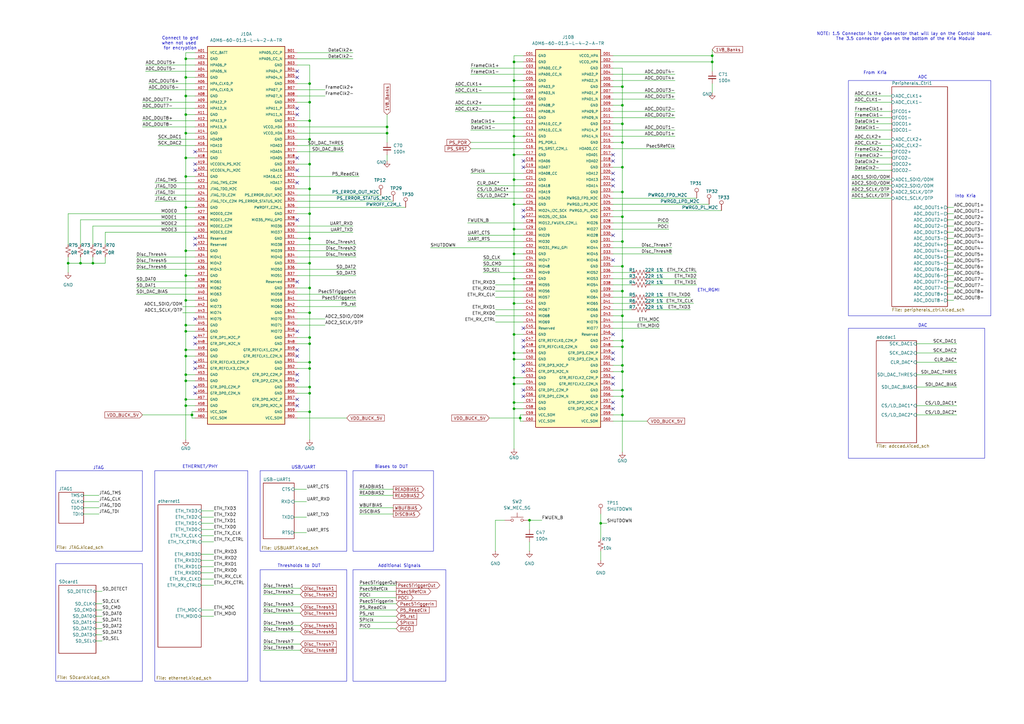
<source format=kicad_sch>
(kicad_sch (version 20231120) (generator "eeschema") (generator_version "8.0")
  (paper "A3")
  (junction (at 76.2 123.19))
  (junction (at 76.2 163.83))
  (junction (at 210.82 114.3))
  (junction (at 76.2 54.61))
  (junction (at 127 67.31))
  (junction (at 127 41.91))
  (junction (at 127 97.79))
  (junction (at 76.2 156.21))
  (junction (at 76.2 146.05))
  (junction (at 210.82 55.88))
  (junction (at 255.27 129.54))
  (junction (at 255.27 68.58))
  (junction (at 127 158.75))
  (junction (at 217.17 213.36))
  (junction (at 127 168.91))
  (junction (at 255.27 162.56))
  (junction (at 76.2 24.13))
  (junction (at 158.75 52.07))
  (junction (at 210.82 48.26))
  (junction (at 210.82 165.1))
  (junction (at 210.82 137.16))
  (junction (at 127 49.53))
  (junction (at 76.2 64.77))
  (junction (at 127 118.11))
  (junction (at 158.75 54.61))
  (junction (at 76.2 133.35))
  (junction (at 210.82 25.4))
  (junction (at 255.27 50.8))
  (junction (at 76.2 166.37))
  (junction (at 76.2 143.51))
  (junction (at 255.27 170.18))
  (junction (at 76.2 46.99))
  (junction (at 210.82 63.5))
  (junction (at 255.27 139.7))
  (junction (at 76.2 31.75))
  (junction (at 127 34.29))
  (junction (at 210.82 167.64))
  (junction (at 127 151.13))
  (junction (at 127 138.43))
  (junction (at 76.2 39.37))
  (junction (at 255.27 149.86))
  (junction (at 255.27 35.56))
  (junction (at 38.1 107.95))
  (junction (at 255.27 109.22))
  (junction (at 210.82 124.46))
  (junction (at 76.2 135.89))
  (junction (at 33.02 107.95))
  (junction (at 127 148.59))
  (junction (at 210.82 147.32))
  (junction (at 76.2 102.87))
  (junction (at 255.27 43.18))
  (junction (at 210.82 40.64))
  (junction (at 78.74 170.18))
  (junction (at 210.82 104.14))
  (junction (at 210.82 83.82))
  (junction (at 127 161.29))
  (junction (at 210.82 154.94))
  (junction (at 127 57.15))
  (junction (at 76.2 85.09))
  (junction (at 127 140.97))
  (junction (at 210.82 93.98))
  (junction (at 255.27 160.02))
  (junction (at 127 87.63))
  (junction (at 255.27 58.42))
  (junction (at 292.1 25.4))
  (junction (at 255.27 88.9))
  (junction (at 255.27 78.74))
  (junction (at 255.27 142.24))
  (junction (at 213.36 171.45))
  (junction (at 76.2 72.39))
  (junction (at 255.27 119.38))
  (junction (at 127 128.27))
  (junction (at 76.2 113.03))
  (junction (at 210.82 33.02))
  (junction (at 255.27 152.4))
  (junction (at 210.82 73.66))
  (junction (at 27.94 107.95))
  (junction (at 127 77.47))
  (junction (at 292.1 22.86))
  (junction (at 210.82 144.78))
  (junction (at 76.2 153.67))
  (junction (at 210.82 157.48))
  (junction (at 127 107.95))
  (junction (at 246.38 214.63))
  (junction (at 255.27 99.06))
  (no_connect (at 80.01 151.13))
  (no_connect (at 251.46 63.5))
  (no_connect (at 251.46 66.04))
  (no_connect (at 251.46 144.78))
  (no_connect (at 121.92 153.67))
  (no_connect (at 251.46 147.32))
  (no_connect (at 251.46 137.16))
  (no_connect (at 121.92 31.75))
  (no_connect (at 121.92 46.99))
  (no_connect (at 121.92 166.37))
  (no_connect (at 121.92 156.21))
  (no_connect (at 251.46 167.64))
  (no_connect (at 214.63 160.02))
  (no_connect (at 121.92 146.05))
  (no_connect (at 80.01 69.85))
  (no_connect (at 214.63 142.24))
  (no_connect (at 121.92 143.51))
  (no_connect (at 121.92 163.83))
  (no_connect (at 251.46 106.68))
  (no_connect (at 251.46 165.1))
  (no_connect (at 80.01 130.81))
  (no_connect (at 251.46 71.12))
  (no_connect (at 121.92 115.57))
  (no_connect (at 80.01 62.23))
  (no_connect (at 214.63 134.62))
  (no_connect (at 214.63 152.4))
  (no_connect (at 214.63 86.36))
  (no_connect (at 214.63 66.04))
  (no_connect (at 251.46 73.66))
  (no_connect (at 121.92 29.21))
  (no_connect (at 80.01 97.79))
  (no_connect (at 80.01 140.97))
  (no_connect (at 251.46 157.48))
  (no_connect (at 80.01 100.33))
  (no_connect (at 251.46 154.94))
  (no_connect (at 121.92 90.17))
  (no_connect (at 214.63 149.86))
  (no_connect (at 121.92 135.89))
  (no_connect (at 80.01 148.59))
  (no_connect (at 251.46 76.2))
  (no_connect (at 214.63 139.7))
  (no_connect (at 80.01 161.29))
  (no_connect (at 214.63 88.9))
  (no_connect (at 121.92 64.77))
  (no_connect (at 214.63 162.56))
  (no_connect (at 121.92 74.93))
  (no_connect (at 121.92 69.85))
  (no_connect (at 214.63 68.58))
  (no_connect (at 80.01 158.75))
  (no_connect (at 251.46 96.52))
  (no_connect (at 121.92 44.45))
  (no_connect (at 80.01 138.43))
  (no_connect (at 80.01 67.31))
  (wire (pts (xy 210.82 63.5) (xy 210.82 73.66)))
  (wire (pts (xy 217.17 222.25) (xy 217.17 226.06)))
  (wire (pts (xy 121.92 140.97) (xy 127 140.97)))
  (wire (pts (xy 121.92 67.31) (xy 127 67.31)))
  (wire (pts (xy 198.12 106.68) (xy 214.63 106.68)))
  (wire (pts (xy 388.62 90.17) (xy 391.16 90.17)))
  (wire (pts (xy 162.56 250.19) (xy 147.32 250.19)))
  (wire (pts (xy 251.46 83.82) (xy 290.83 83.82)))
  (wire (pts (xy 127 148.59) (xy 127 151.13)))
  (wire (pts (xy 76.2 143.51) (xy 80.01 143.51)))
  (wire (pts (xy 251.46 93.98) (xy 274.32 93.98)))
  (wire (pts (xy 43.18 107.95) (xy 38.1 107.95)))
  (wire (pts (xy 350.52 69.85) (xy 365.76 69.85)))
  (wire (pts (xy 255.27 58.42) (xy 255.27 68.58)))
  (wire (pts (xy 121.92 107.95) (xy 127 107.95)))
  (wire (pts (xy 210.82 114.3) (xy 210.82 124.46)))
  (wire (pts (xy 121.92 72.39) (xy 147.32 72.39)))
  (wire (pts (xy 213.36 171.45) (xy 213.36 172.72)))
  (wire (pts (xy 251.46 91.44) (xy 274.32 91.44)))
  (wire (pts (xy 82.55 232.41) (xy 87.63 232.41)))
  (wire (pts (xy 266.7 116.84) (xy 285.75 116.84)))
  (wire (pts (xy 60.96 34.29) (xy 80.01 34.29)))
  (wire (pts (xy 255.27 160.02) (xy 255.27 162.56)))
  (wire (pts (xy 251.46 53.34) (xy 276.86 53.34)))
  (wire (pts (xy 195.58 78.74) (xy 214.63 78.74)))
  (wire (pts (xy 251.46 33.02) (xy 276.86 33.02)))
  (wire (pts (xy 147.32 257.81) (xy 162.56 257.81)))
  (wire (pts (xy 34.29 210.82) (xy 40.64 210.82)))
  (wire (pts (xy 76.2 156.21) (xy 76.2 163.83)))
  (wire (pts (xy 251.46 134.62) (xy 270.51 134.62)))
  (wire (pts (xy 195.58 81.28) (xy 214.63 81.28)))
  (wire (pts (xy 121.92 118.11) (xy 127 118.11)))
  (wire (pts (xy 251.46 35.56) (xy 255.27 35.56)))
  (wire (pts (xy 107.95 256.54) (xy 123.19 256.54)))
  (wire (pts (xy 255.27 99.06) (xy 255.27 109.22)))
  (wire (pts (xy 147.32 240.03) (xy 162.56 240.03)))
  (wire (pts (xy 64.77 59.69) (xy 80.01 59.69)))
  (wire (pts (xy 147.32 247.65) (xy 162.56 247.65)))
  (wire (pts (xy 251.46 172.72) (xy 265.43 172.72)))
  (wire (pts (xy 375.92 166.37) (xy 392.43 166.37)))
  (wire (pts (xy 210.82 33.02) (xy 210.82 40.64)))
  (wire (pts (xy 251.46 55.88) (xy 276.86 55.88)))
  (wire (pts (xy 210.82 93.98) (xy 214.63 93.98)))
  (wire (pts (xy 82.55 229.87) (xy 87.63 229.87)))
  (wire (pts (xy 166.37 85.09) (xy 121.92 85.09)))
  (wire (pts (xy 147.32 203.2) (xy 161.29 203.2)))
  (wire (pts (xy 80.01 171.45) (xy 78.74 171.45)))
  (wire (pts (xy 193.04 50.8) (xy 214.63 50.8)))
  (wire (pts (xy 251.46 170.18) (xy 255.27 170.18)))
  (wire (pts (xy 210.82 22.86) (xy 210.82 25.4)))
  (wire (pts (xy 76.2 64.77) (xy 80.01 64.77)))
  (wire (pts (xy 76.2 123.19) (xy 80.01 123.19)))
  (wire (pts (xy 76.2 133.35) (xy 76.2 135.89)))
  (wire (pts (xy 388.62 105.41) (xy 391.16 105.41)))
  (wire (pts (xy 266.7 114.3) (xy 285.75 114.3)))
  (wire (pts (xy 251.46 25.4) (xy 292.1 25.4)))
  (wire (pts (xy 255.27 152.4) (xy 255.27 160.02)))
  (wire (pts (xy 127 118.11) (xy 127 128.27)))
  (wire (pts (xy 246.38 214.63) (xy 246.38 220.98)))
  (wire (pts (xy 121.92 151.13) (xy 127 151.13)))
  (wire (pts (xy 121.92 133.35) (xy 133.35 133.35)))
  (wire (pts (xy 375.92 148.59) (xy 392.43 148.59)))
  (wire (pts (xy 80.01 107.95) (xy 55.88 107.95)))
  (wire (pts (xy 76.2 146.05) (xy 80.01 146.05)))
  (wire (pts (xy 251.46 142.24) (xy 255.27 142.24)))
  (wire (pts (xy 76.2 156.21) (xy 80.01 156.21)))
  (wire (pts (xy 147.32 245.11) (xy 162.56 245.11)))
  (wire (pts (xy 349.25 78.74) (xy 365.76 78.74)))
  (wire (pts (xy 217.17 213.36) (xy 222.25 213.36)))
  (wire (pts (xy 193.04 27.94) (xy 214.63 27.94)))
  (wire (pts (xy 59.69 26.67) (xy 80.01 26.67)))
  (wire (pts (xy 107.95 251.46) (xy 123.19 251.46)))
  (wire (pts (xy 27.94 105.41) (xy 27.94 107.95)))
  (wire (pts (xy 74.93 128.27) (xy 80.01 128.27)))
  (wire (pts (xy 203.2 127) (xy 214.63 127)))
  (wire (pts (xy 33.02 107.95) (xy 27.94 107.95)))
  (wire (pts (xy 350.52 62.23) (xy 365.76 62.23)))
  (wire (pts (xy 121.92 80.01) (xy 156.21 80.01)))
  (wire (pts (xy 76.2 31.75) (xy 76.2 39.37)))
  (wire (pts (xy 82.55 252.73) (xy 87.63 252.73)))
  (wire (pts (xy 34.29 203.2) (xy 40.64 203.2)))
  (wire (pts (xy 255.27 78.74) (xy 255.27 88.9)))
  (wire (pts (xy 43.18 105.41) (xy 43.18 107.95)))
  (wire (pts (xy 82.55 209.55) (xy 87.63 209.55)))
  (wire (pts (xy 255.27 139.7) (xy 255.27 142.24)))
  (wire (pts (xy 127 67.31) (xy 127 77.47)))
  (wire (pts (xy 147.32 252.73) (xy 162.56 252.73)))
  (wire (pts (xy 251.46 111.76) (xy 259.08 111.76)))
  (wire (pts (xy 200.66 171.45) (xy 213.36 171.45)))
  (wire (pts (xy 82.55 212.09) (xy 87.63 212.09)))
  (wire (pts (xy 80.01 110.49) (xy 55.88 110.49)))
  (wire (pts (xy 78.74 171.45) (xy 78.74 170.18)))
  (wire (pts (xy 210.82 73.66) (xy 214.63 73.66)))
  (wire (pts (xy 210.82 147.32) (xy 210.82 154.94)))
  (wire (pts (xy 121.92 161.29) (xy 127 161.29)))
  (wire (pts (xy 127 77.47) (xy 127 87.63)))
  (wire (pts (xy 121.92 34.29) (xy 127 34.29)))
  (wire (pts (xy 121.92 100.33) (xy 146.05 100.33)))
  (wire (pts (xy 210.82 124.46) (xy 210.82 137.16)))
  (wire (pts (xy 349.25 81.28) (xy 365.76 81.28)))
  (wire (pts (xy 210.82 55.88) (xy 210.82 63.5)))
  (wire (pts (xy 388.62 102.87) (xy 391.16 102.87)))
  (wire (pts (xy 210.82 25.4) (xy 210.82 33.02)))
  (wire (pts (xy 251.46 127) (xy 259.08 127)))
  (wire (pts (xy 76.2 31.75) (xy 80.01 31.75)))
  (wire (pts (xy 251.46 68.58) (xy 255.27 68.58)))
  (wire (pts (xy 39.37 250.19) (xy 41.91 250.19)))
  (wire (pts (xy 198.12 111.76) (xy 214.63 111.76)))
  (wire (pts (xy 127 138.43) (xy 127 140.97)))
  (wire (pts (xy 210.82 167.64) (xy 214.63 167.64)))
  (wire (pts (xy 266.7 111.76) (xy 285.75 111.76)))
  (wire (pts (xy 60.96 36.83) (xy 80.01 36.83)))
  (wire (pts (xy 292.1 22.86) (xy 292.1 25.4)))
  (wire (pts (xy 210.82 154.94) (xy 210.82 157.48)))
  (wire (pts (xy 43.18 95.25) (xy 80.01 95.25)))
  (wire (pts (xy 246.38 226.06) (xy 246.38 229.87)))
  (wire (pts (xy 76.2 21.59) (xy 76.2 24.13)))
  (wire (pts (xy 251.46 43.18) (xy 255.27 43.18)))
  (wire (pts (xy 39.37 260.35) (xy 41.91 260.35)))
  (wire (pts (xy 38.1 105.41) (xy 38.1 107.95)))
  (wire (pts (xy 63.5 74.93) (xy 80.01 74.93)))
  (wire (pts (xy 350.52 50.8) (xy 365.76 50.8)))
  (wire (pts (xy 255.27 109.22) (xy 255.27 119.38)))
  (wire (pts (xy 213.36 172.72) (xy 214.63 172.72)))
  (wire (pts (xy 120.65 218.44) (xy 125.73 218.44)))
  (wire (pts (xy 55.88 115.57) (xy 80.01 115.57)))
  (wire (pts (xy 127 128.27) (xy 127 138.43)))
  (wire (pts (xy 76.2 24.13) (xy 80.01 24.13)))
  (wire (pts (xy 251.46 81.28) (xy 285.75 81.28)))
  (wire (pts (xy 210.82 40.64) (xy 210.82 48.26)))
  (wire (pts (xy 127 34.29) (xy 127 41.91)))
  (wire (pts (xy 207.01 213.36) (xy 203.2 213.36)))
  (wire (pts (xy 27.94 107.95) (xy 27.94 111.76)))
  (wire (pts (xy 59.69 29.21) (xy 80.01 29.21)))
  (wire (pts (xy 76.2 143.51) (xy 76.2 146.05)))
  (wire (pts (xy 203.2 116.84) (xy 214.63 116.84)))
  (wire (pts (xy 388.62 118.11) (xy 391.16 118.11)))
  (wire (pts (xy 107.95 259.08) (xy 123.19 259.08)))
  (wire (pts (xy 251.46 139.7) (xy 255.27 139.7)))
  (wire (pts (xy 121.92 54.61) (xy 158.75 54.61)))
  (wire (pts (xy 158.75 54.61) (xy 158.75 58.42)))
  (wire (pts (xy 76.2 24.13) (xy 76.2 31.75)))
  (wire (pts (xy 76.2 72.39) (xy 76.2 85.09)))
  (wire (pts (xy 121.92 62.23) (xy 140.97 62.23)))
  (wire (pts (xy 121.92 148.59) (xy 127 148.59)))
  (wire (pts (xy 147.32 242.57) (xy 162.56 242.57)))
  (wire (pts (xy 210.82 40.64) (xy 214.63 40.64)))
  (wire (pts (xy 39.37 257.81) (xy 41.91 257.81)))
  (wire (pts (xy 388.62 97.79) (xy 391.16 97.79)))
  (wire (pts (xy 82.55 237.49) (xy 87.63 237.49)))
  (wire (pts (xy 388.62 100.33) (xy 391.16 100.33)))
  (wire (pts (xy 39.37 242.57) (xy 41.91 242.57)))
  (wire (pts (xy 191.77 91.44) (xy 214.63 91.44)))
  (wire (pts (xy 210.82 48.26) (xy 210.82 55.88)))
  (wire (pts (xy 251.46 121.92) (xy 259.08 121.92)))
  (wire (pts (xy 121.92 21.59) (xy 144.78 21.59)))
  (wire (pts (xy 193.04 53.34) (xy 214.63 53.34)))
  (wire (pts (xy 210.82 165.1) (xy 214.63 165.1)))
  (wire (pts (xy 121.92 41.91) (xy 127 41.91)))
  (wire (pts (xy 76.2 135.89) (xy 80.01 135.89)))
  (wire (pts (xy 210.82 137.16) (xy 210.82 144.78)))
  (wire (pts (xy 121.92 24.13) (xy 144.78 24.13)))
  (wire (pts (xy 121.92 158.75) (xy 127 158.75)))
  (wire (pts (xy 82.55 219.71) (xy 87.63 219.71)))
  (wire (pts (xy 255.27 162.56) (xy 255.27 170.18)))
  (wire (pts (xy 292.1 20.32) (xy 292.1 22.86)))
  (wire (pts (xy 350.52 39.37) (xy 365.76 39.37)))
  (wire (pts (xy 147.32 200.66) (xy 161.29 200.66)))
  (wire (pts (xy 121.92 92.71) (xy 144.78 92.71)))
  (wire (pts (xy 251.46 114.3) (xy 259.08 114.3)))
  (wire (pts (xy 82.55 227.33) (xy 87.63 227.33)))
  (wire (pts (xy 255.27 149.86) (xy 255.27 152.4)))
  (wire (pts (xy 292.1 34.29) (xy 292.1 38.1)))
  (wire (pts (xy 186.69 35.56) (xy 214.63 35.56)))
  (wire (pts (xy 55.88 120.65) (xy 80.01 120.65)))
  (wire (pts (xy 121.92 171.45) (xy 142.24 171.45)))
  (wire (pts (xy 121.92 95.25) (xy 144.78 95.25)))
  (wire (pts (xy 121.92 125.73) (xy 146.05 125.73)))
  (wire (pts (xy 121.92 120.65) (xy 146.05 120.65)))
  (wire (pts (xy 76.2 102.87) (xy 76.2 113.03)))
  (wire (pts (xy 193.04 71.12) (xy 214.63 71.12)))
  (wire (pts (xy 255.27 88.9) (xy 255.27 99.06)))
  (wire (pts (xy 39.37 262.89) (xy 41.91 262.89)))
  (wire (pts (xy 158.75 46.99) (xy 158.75 52.07)))
  (wire (pts (xy 76.2 113.03) (xy 80.01 113.03)))
  (wire (pts (xy 127 168.91) (xy 127 180.34)))
  (wire (pts (xy 251.46 101.6) (xy 275.59 101.6)))
  (wire (pts (xy 266.7 127) (xy 283.21 127)))
  (wire (pts (xy 388.62 92.71) (xy 391.16 92.71)))
  (wire (pts (xy 82.55 234.95) (xy 87.63 234.95)))
  (wire (pts (xy 388.62 107.95) (xy 391.16 107.95)))
  (wire (pts (xy 127 26.67) (xy 127 34.29)))
  (wire (pts (xy 210.82 157.48) (xy 214.63 157.48)))
  (wire (pts (xy 375.92 158.75) (xy 392.43 158.75)))
  (wire (pts (xy 210.82 63.5) (xy 214.63 63.5)))
  (wire (pts (xy 186.69 43.18) (xy 214.63 43.18)))
  (wire (pts (xy 121.92 128.27) (xy 127 128.27)))
  (wire (pts (xy 76.2 163.83) (xy 80.01 163.83)))
  (wire (pts (xy 203.2 213.36) (xy 203.2 226.06)))
  (wire (pts (xy 210.82 93.98) (xy 210.82 104.14)))
  (wire (pts (xy 266.7 124.46) (xy 284.48 124.46)))
  (wire (pts (xy 121.92 97.79) (xy 127 97.79)))
  (wire (pts (xy 78.74 168.91) (xy 80.01 168.91)))
  (wire (pts (xy 388.62 87.63) (xy 391.16 87.63)))
  (wire (pts (xy 58.42 170.18) (xy 78.74 170.18)))
  (wire (pts (xy 251.46 48.26) (xy 276.86 48.26)))
  (wire (pts (xy 251.46 50.8) (xy 255.27 50.8)))
  (wire (pts (xy 388.62 123.19) (xy 391.16 123.19)))
  (wire (pts (xy 38.1 92.71) (xy 38.1 100.33)))
  (wire (pts (xy 39.37 252.73) (xy 41.91 252.73)))
  (wire (pts (xy 121.92 82.55) (xy 161.29 82.55)))
  (wire (pts (xy 251.46 58.42) (xy 255.27 58.42)))
  (wire (pts (xy 127 87.63) (xy 127 97.79)))
  (wire (pts (xy 251.46 152.4) (xy 255.27 152.4)))
  (wire (pts (xy 121.92 110.49) (xy 146.05 110.49)))
  (wire (pts (xy 251.46 149.86) (xy 255.27 149.86)))
  (wire (pts (xy 388.62 95.25) (xy 391.16 95.25)))
  (wire (pts (xy 63.5 82.55) (xy 80.01 82.55)))
  (wire (pts (xy 121.92 130.81) (xy 133.35 130.81)))
  (wire (pts (xy 107.95 248.92) (xy 123.19 248.92)))
  (wire (pts (xy 147.32 210.82) (xy 161.29 210.82)))
  (wire (pts (xy 210.82 144.78) (xy 210.82 147.32)))
  (wire (pts (xy 39.37 255.27) (xy 41.91 255.27)))
  (wire (pts (xy 58.42 41.91) (xy 80.01 41.91)))
  (wire (pts (xy 292.1 25.4) (xy 292.1 29.21)))
  (wire (pts (xy 76.2 113.03) (xy 76.2 123.19)))
  (wire (pts (xy 82.55 217.17) (xy 87.63 217.17)))
  (wire (pts (xy 82.55 214.63) (xy 87.63 214.63)))
  (wire (pts (xy 76.2 54.61) (xy 76.2 64.77)))
  (wire (pts (xy 246.38 210.82) (xy 246.38 214.63)))
  (wire (pts (xy 76.2 46.99) (xy 80.01 46.99)))
  (wire (pts (xy 210.82 165.1) (xy 210.82 167.64)))
  (wire (pts (xy 121.92 57.15) (xy 127 57.15)))
  (wire (pts (xy 76.2 102.87) (xy 80.01 102.87)))
  (wire (pts (xy 76.2 64.77) (xy 76.2 72.39)))
  (wire (pts (xy 76.2 123.19) (xy 76.2 133.35)))
  (wire (pts (xy 121.92 26.67) (xy 127 26.67)))
  (wire (pts (xy 210.82 124.46) (xy 214.63 124.46)))
  (wire (pts (xy 255.27 50.8) (xy 255.27 58.42)))
  (wire (pts (xy 27.94 87.63) (xy 27.94 100.33)))
  (wire (pts (xy 76.2 46.99) (xy 76.2 54.61)))
  (wire (pts (xy 127 151.13) (xy 127 158.75)))
  (wire (pts (xy 82.55 250.19) (xy 87.63 250.19)))
  (wire (pts (xy 350.52 53.34) (xy 365.76 53.34)))
  (wire (pts (xy 210.82 73.66) (xy 210.82 83.82)))
  (wire (pts (xy 251.46 162.56) (xy 255.27 162.56)))
  (wire (pts (xy 255.27 142.24) (xy 255.27 149.86)))
  (wire (pts (xy 255.27 129.54) (xy 255.27 139.7)))
  (wire (pts (xy 127 140.97) (xy 127 148.59)))
  (wire (pts (xy 210.82 137.16) (xy 214.63 137.16)))
  (wire (pts (xy 38.1 92.71) (xy 80.01 92.71)))
  (wire (pts (xy 76.2 166.37) (xy 80.01 166.37)))
  (wire (pts (xy 33.02 90.17) (xy 80.01 90.17)))
  (wire (pts (xy 121.92 59.69) (xy 140.97 59.69)))
  (wire (pts (xy 251.46 104.14) (xy 275.59 104.14)))
  (wire (pts (xy 58.42 52.07) (xy 80.01 52.07)))
  (wire (pts (xy 55.88 118.11) (xy 80.01 118.11)))
  (wire (pts (xy 76.2 135.89) (xy 76.2 143.51)))
  (wire (pts (xy 251.46 99.06) (xy 255.27 99.06)))
  (wire (pts (xy 33.02 105.41) (xy 33.02 107.95)))
  (wire (pts (xy 217.17 213.36) (xy 217.17 217.17)))
  (wire (pts (xy 251.46 119.38) (xy 255.27 119.38)))
  (wire (pts (xy 251.46 88.9) (xy 255.27 88.9)))
  (wire (pts (xy 76.2 85.09) (xy 80.01 85.09)))
  (wire (pts (xy 33.02 90.17) (xy 33.02 100.33)))
  (wire (pts (xy 193.04 30.48) (xy 214.63 30.48)))
  (wire (pts (xy 251.46 78.74) (xy 255.27 78.74)))
  (wire (pts (xy 248.92 214.63) (xy 246.38 214.63)))
  (wire (pts (xy 58.42 49.53) (xy 80.01 49.53)))
  (wire (pts (xy 76.2 153.67) (xy 76.2 156.21)))
  (wire (pts (xy 121.92 49.53) (xy 127 49.53)))
  (wire (pts (xy 191.77 96.52) (xy 214.63 96.52)))
  (wire (pts (xy 210.82 33.02) (xy 214.63 33.02)))
  (wire (pts (xy 127 57.15) (xy 127 67.31)))
  (wire (pts (xy 82.55 222.25) (xy 87.63 222.25)))
  (wire (pts (xy 210.82 55.88) (xy 214.63 55.88)))
  (wire (pts (xy 210.82 83.82) (xy 210.82 93.98)))
  (wire (pts (xy 78.74 170.18) (xy 78.74 168.91)))
  (wire (pts (xy 121.92 138.43) (xy 127 138.43)))
  (wire (pts (xy 251.46 129.54) (xy 255.27 129.54)))
  (wire (pts (xy 186.69 45.72) (xy 214.63 45.72)))
  (wire (pts (xy 76.2 54.61) (xy 80.01 54.61)))
  (wire (pts (xy 80.01 21.59) (xy 76.2 21.59)))
  (wire (pts (xy 349.25 73.66) (xy 365.76 73.66)))
  (wire (pts (xy 375.92 153.67) (xy 392.43 153.67)))
  (wire (pts (xy 266.7 121.92) (xy 283.21 121.92)))
  (wire (pts (xy 350.52 67.31) (xy 365.76 67.31)))
  (wire (pts (xy 158.75 63.5) (xy 158.75 66.04)))
  (wire (pts (xy 255.27 170.18) (xy 255.27 185.42)))
  (wire (pts (xy 191.77 99.06) (xy 214.63 99.06)))
  (wire (pts (xy 64.77 57.15) (xy 80.01 57.15)))
  (wire (pts (xy 255.27 68.58) (xy 255.27 78.74)))
  (wire (pts (xy 251.46 27.94) (xy 255.27 27.94)))
  (wire (pts (xy 38.1 107.95) (xy 33.02 107.95)))
  (wire (pts (xy 210.82 83.82) (xy 214.63 83.82)))
  (wire (pts (xy 210.82 22.86) (xy 214.63 22.86)))
  (wire (pts (xy 121.92 87.63) (xy 127 87.63)))
  (wire (pts (xy 210.82 25.4) (xy 214.63 25.4)))
  (wire (pts (xy 388.62 120.65) (xy 391.16 120.65)))
  (wire (pts (xy 210.82 157.48) (xy 210.82 165.1)))
  (wire (pts (xy 39.37 247.65) (xy 41.91 247.65)))
  (wire (pts (xy 251.46 60.96) (xy 276.86 60.96)))
  (wire (pts (xy 127 97.79) (xy 127 107.95)))
  (wire (pts (xy 255.27 27.94) (xy 255.27 35.56)))
  (wire (pts (xy 76.2 85.09) (xy 76.2 102.87)))
  (wire (pts (xy 76.2 133.35) (xy 80.01 133.35)))
  (wire (pts (xy 121.92 168.91) (xy 127 168.91)))
  (wire (pts (xy 295.91 86.36) (xy 251.46 86.36)))
  (wire (pts (xy 121.92 105.41) (xy 146.05 105.41)))
  (wire (pts (xy 251.46 45.72) (xy 276.86 45.72)))
  (wire (pts (xy 210.82 167.64) (xy 210.82 184.15)))
  (wire (pts (xy 158.75 52.07) (xy 158.75 54.61)))
  (wire (pts (xy 120.65 205.74) (xy 125.73 205.74)))
  (wire (pts (xy 76.2 39.37) (xy 80.01 39.37)))
  (wire (pts (xy 388.62 113.03) (xy 391.16 113.03)))
  (wire (pts (xy 210.82 48.26) (xy 214.63 48.26)))
  (wire (pts (xy 203.2 119.38) (xy 214.63 119.38)))
  (wire (pts (xy 127 161.29) (xy 127 168.91)))
  (wire (pts (xy 76.2 72.39) (xy 80.01 72.39)))
  (wire (pts (xy 255.27 43.18) (xy 255.27 50.8)))
  (wire (pts (xy 251.46 124.46) (xy 259.08 124.46)))
  (wire (pts (xy 350.52 57.15) (xy 365.76 57.15)))
  (wire (pts (xy 193.04 58.42) (xy 214.63 58.42)))
  (wire (pts (xy 58.42 44.45) (xy 80.01 44.45)))
  (wire (pts (xy 375.92 170.18) (xy 392.43 170.18)))
  (wire (pts (xy 82.55 240.03) (xy 87.63 240.03)))
  (wire (pts (xy 121.92 77.47) (xy 127 77.47)))
  (wire (pts (xy 251.46 132.08) (xy 270.51 132.08)))
  (wire (pts (xy 251.46 160.02) (xy 255.27 160.02)))
  (wire (pts (xy 203.2 129.54) (xy 214.63 129.54)))
  (wire (pts (xy 350.52 48.26) (xy 365.76 48.26)))
  (wire (pts (xy 121.92 36.83) (xy 133.35 36.83)))
  (wire (pts (xy 121.92 113.03) (xy 146.05 113.03)))
  (wire (pts (xy 350.52 41.91) (xy 365.76 41.91)))
  (wire (pts (xy 121.92 123.19) (xy 146.05 123.19)))
  (wire (pts (xy 107.95 266.7) (xy 123.19 266.7)))
  (wire (pts (xy 350.52 45.72) (xy 365.76 45.72)))
  (wire (pts (xy 76.2 146.05) (xy 76.2 153.67)))
  (wire (pts (xy 147.32 255.27) (xy 162.56 255.27)))
  (wire (pts (xy 76.2 166.37) (xy 76.2 180.34)))
  (wire (pts (xy 193.04 60.96) (xy 214.63 60.96)))
  (wire (pts (xy 251.46 38.1) (xy 276.86 38.1)))
  (wire (pts (xy 43.18 95.25) (xy 43.18 100.33)))
  (wire (pts (xy 388.62 115.57) (xy 391.16 115.57)))
  (wire (pts (xy 127 41.91) (xy 127 49.53)))
  (wire (pts (xy 210.82 114.3) (xy 214.63 114.3)))
  (wire (pts (xy 251.46 40.64) (xy 276.86 40.64)))
  (wire (pts (xy 34.29 205.74) (xy 40.64 205.74)))
  (wire (pts (xy 120.65 200.66) (xy 125.73 200.66)))
  (wire (pts (xy 388.62 85.09) (xy 391.16 85.09)))
  (wire (pts (xy 210.82 104.14) (xy 210.82 114.3)))
  (wire (pts (xy 388.62 110.49) (xy 391.16 110.49)))
  (wire (pts (xy 127 107.95) (xy 127 118.11)))
  (wire (pts (xy 251.46 116.84) (xy 259.08 116.84)))
  (wire (pts (xy 63.5 77.47) (xy 80.01 77.47)))
  (wire (pts (xy 213.36 170.18) (xy 213.36 171.45)))
  (wire (pts (xy 127 49.53) (xy 127 57.15)))
  (wire (pts (xy 107.95 264.16) (xy 123.19 264.16)))
  (wire (pts (xy 76.2 39.37) (xy 76.2 46.99)))
  (wire (pts (xy 251.46 109.22) (xy 255.27 109.22)))
  (wire (pts (xy 120.65 212.09) (xy 125.73 212.09)))
  (wire (pts (xy 121.92 102.87) (xy 146.05 102.87)))
  (wire (pts (xy 210.82 147.32) (xy 214.63 147.32)))
  (wire (pts (xy 255.27 119.38) (xy 255.27 129.54)))
  (wire (pts (xy 203.2 121.92) (xy 214.63 121.92)))
  (wire (pts (xy 76.2 163.83) (xy 76.2 166.37)))
  (wire (pts (xy 210.82 144.78) (xy 214.63 144.78)))
  (wire (pts (xy 107.95 243.84) (xy 123.19 243.84)))
  (wire (pts (xy 27.94 87.63) (xy 80.01 87.63)))
  (wire (pts (xy 375.92 144.78) (xy 392.43 144.78)))
  (wire (pts (xy 127 158.75) (xy 127 161.29)))
  (wire (pts (xy 34.29 208.28) (xy 40.64 208.28)))
  (wire (pts (xy 198.12 109.22) (xy 214.63 109.22)))
  (wire (pts (xy 63.5 80.01) (xy 80.01 80.01)))
  (wire (pts (xy 350.52 64.77) (xy 365.76 64.77)))
  (wire (pts (xy 176.53 101.6) (xy 214.63 101.6)))
  (wire (pts (xy 203.2 132.08) (xy 214.63 132.08)))
  (wire (pts (xy 80.01 105.41) (xy 55.88 105.41)))
  (wire (pts (xy 255.27 35.56) (xy 255.27 43.18)))
  (wire (pts (xy 349.25 76.2) (xy 365.76 76.2)))
  (wire (pts (xy 107.95 241.3) (xy 123.19 241.3)))
  (wire (pts (xy 195.58 76.2) (xy 214.63 76.2)))
  (wire (pts (xy 251.46 30.48) (xy 276.86 30.48)))
  (wire (pts (xy 350.52 59.69) (xy 365.76 59.69)))
  (wire (pts (xy 210.82 154.94) (xy 214.63 154.94)))
  (wire (pts (xy 74.93 125.73) (xy 80.01 125.73)))
  (wire (pts (xy 251.46 22.86) (xy 292.1 22.86)))
  (wire (pts (xy 121.92 39.37) (xy 133.35 39.37)))
  (wire (pts (xy 186.69 38.1) (xy 214.63 38.1)))
  (wire (pts (xy 76.2 153.67) (xy 80.01 153.67)))
  (wire (pts (xy 210.82 104.14) (xy 214.63 104.14)))
  (wire (pts (xy 121.92 52.07) (xy 158.75 52.07)))
  (wire (pts (xy 147.32 208.28) (xy 161.29 208.28)))
  (wire (pts (xy 375.92 140.97) (xy 392.43 140.97)))
  (wire (pts (xy 214.63 170.18) (xy 213.36 170.18)))
  (rectangle (start 22.86 231.14) (end 58.42 279.4))
  (rectangle (start 106.68 193.04) (end 142.24 226.06))
  (rectangle (start 63.5 193.04) (end 101.6 279.4))
  (rectangle (start 144.78 233.68) (end 182.88 279.4))
  (rectangle (start 347.98 134.62) (end 403.86 187.96))
  (rectangle (start 22.86 193.04) (end 58.42 226.06))
  (rectangle (start 144.78 193.04) (end 177.8 226.06))
  (rectangle (start 106.68 233.68) (end 142.24 279.4))
  (rectangle (start 347.98 33.02) (end 406.4 129.54))
  (text "Biases to DUT" (at 160.528 191.516 0) (effects (font (size 1.27 1.27))))
  (text "USB/UART" (at 124.46 191.77 0) (effects (font (size 1.27 1.27))))
  (text "ETH_RGMI\n" (at 290.576 119.126 0) (effects (font (size 1.27 1.27))))
  (text "Into Kria" (at 395.986 80.518 0) (effects (font (size 1.27 1.27))))
  (text "NOTE: 1.5 Connector is the Connector that will lay on the Control board. \nThe 3.5 connector goes on the bottom of the Kria Module" (at 371.348 14.986 0) (effects (font (size 1.27 1.27))))
  (text "ADC" (at 378.46 31.75 0) (effects (font (size 1.27 1.27))))
  (text "Connect to gnd\nwhen not used \nfor encryption" (at 73.914 17.78 0) (effects (font (size 1.27 1.27))))
  (text "From Kria" (at 358.902 29.972 0) (effects (font (size 1.27 1.27))))
  (text "Additional Signals" (at 163.83 232.156 0) (effects (font (size 1.27 1.27))))
  (text "ETHERNET/PHY" (at 82.042 191.516 0) (effects (font (size 1.27 1.27))))
  (text "DAC" (at 378.46 133.604 0) (effects (font (size 1.27 1.27))))
  (text "Thresholds to DUT" (at 122.682 232.156 0) (effects (font (size 1.27 1.27))))
  (text "JTAG" (at 40.386 192.024 0) (effects (font (size 1.27 1.27))))
  (label "SD_SEL" (at 198.12 111.76 0))
  (label "Psec5TriggerOut" (at 147.32 240.03 0))
  (label "Disc_Thresh8" (at 275.59 104.14 180))
  (label "ETH_RXD2" (at 203.2 119.38 180))
  (label "ETH_RXD3" (at 87.63 227.33 0))
  (label "SDI_DAC_BIAS" (at 392.43 158.75 180))
  (label "ADC_DOUT4+" (at 276.86 33.02 180))
  (label "FrameClk1+" (at 350.52 45.72 0))
  (label "ETH_RX_CTRL" (at 87.63 240.03 0))
  (label "FrameClk2+" (at 133.35 36.83 0))
  (label "ADC_CLK1-" (at 186.69 38.1 0))
  (label "ADC2_SDIO{slash}ODM" (at 349.25 76.2 0))
  (label "DISCBIAS" (at 147.32 210.82 0))
  (label "ADC_DOUT1+" (at 391.16 85.09 0))
  (label "ETH_TXD1" (at 285.75 116.84 180))
  (label "DataClk1+" (at 350.52 50.8 0))
  (label "DataClk2+" (at 350.52 67.31 0))
  (label "CS{slash}LD_DAC1*" (at 195.58 78.74 0))
  (label "JTAG_CLK" (at 63.5 82.55 0))
  (label "SD_CMD" (at 41.91 250.19 0))
  (label "ADC1_SDIO{slash}ODM" (at 74.93 125.73 180))
  (label "ETH_RX_CLK" (at 87.63 237.49 0))
  (label "JTAG_TDI" (at 63.5 80.01 0))
  (label "P5_ReadClk" (at 147.32 72.39 180))
  (label "JTAG_TDO" (at 63.5 77.47 0))
  (label "ETH_TXD1" (at 87.63 214.63 0))
  (label "Disc_Thresh7" (at 275.59 101.6 180))
  (label "Disc_Thresh7" (at 107.95 264.16 0))
  (label "UART_RXD" (at 125.73 205.74 0))
  (label "ADC1_SCLK{slash}DTP" (at 349.25 81.28 0))
  (label "ETH_MDIO" (at 270.51 134.62 180))
  (label "FWUEN_B" (at 222.25 213.36 0))
  (label "Disc_Thresh3" (at 107.95 248.92 0))
  (label "SCK_DAC2" (at 392.43 144.78 180))
  (label "READBIAS2" (at 147.32 203.2 0))
  (label "ADC_DOUT4+" (at 391.16 100.33 0))
  (label "Disc_Thresh6" (at 107.95 259.08 0))
  (label "ADC_DOUT2+" (at 391.16 90.17 0))
  (label "SD_DAT1" (at 41.91 255.27 0))
  (label "ADC2_SCLK{slash}DTP" (at 349.25 78.74 0))
  (label "Disc_Thresh1" (at 107.95 241.3 0))
  (label "ADC1_SCLK{slash}DTP" (at 74.93 128.27 180))
  (label "ETH_RXD0" (at 87.63 234.95 0))
  (label "SPIclk" (at 147.32 255.27 0))
  (label "CLR_DAC*" (at 392.43 148.59 180))
  (label "ADC_DOUT5+" (at 391.16 105.41 0))
  (label "FrameClk2-" (at 133.35 39.37 0))
  (label "Psec5TriggerIn" (at 147.32 247.65 0))
  (label "SPIclk" (at 193.04 71.12 0))
  (label "ADC2_SCLK{slash}DTP" (at 133.35 133.35 0))
  (label "CS{slash}LD_DAC2*" (at 195.58 81.28 0))
  (label "Disc_Thresh2" (at 107.95 243.84 0))
  (label "ADC_DOUT2-" (at 276.86 45.72 180))
  (label "SD_DAT3" (at 41.91 260.35 0))
  (label "ADC_DOUT7+" (at 391.16 115.57 0))
  (label "Psec5RefClk" (at 147.32 242.57 0))
  (label "ADC_DOUT4-" (at 276.86 30.48 180))
  (label "ETH_RXD1" (at 203.2 127 180))
  (label "ADC_CLK2+" (at 350.52 57.15 0))
  (label "DataClk2+" (at 144.78 21.59 180))
  (label "SDI_DAC_THRES" (at 140.97 59.69 180))
  (label "Disc_Thresh8" (at 107.95 266.7 0))
  (label "SDI_DAC_THRES" (at 392.43 153.67 180))
  (label "ETH_RXD1" (at 87.63 232.41 0))
  (label "CLR_DAC*" (at 195.58 76.2 0))
  (label "ETH_MDC" (at 270.51 132.08 180))
  (label "ADC_CLK1+" (at 186.69 35.56 0))
  (label "ETH_MDC" (at 87.63 250.19 0))
  (label "SD_CLK" (at 198.12 106.68 0))
  (label "ETH_RX_CLK" (at 203.2 121.92 180))
  (label "WBUFBIAS" (at 147.32 208.28 0))
  (label "DataClk2-" (at 350.52 69.85 0))
  (label "ETH_TXD0" (at 87.63 217.17 0))
  (label "ETH_TX_CTRL" (at 87.63 222.25 0))
  (label "ETH_TXD2" (at 285.75 114.3 180))
  (label "Disc_Thresh2" (at 146.05 102.87 180))
  (label "SD_DAT3" (at 146.05 113.03 180))
  (label "ETH_TXD3" (at 87.63 209.55 0))
  (label "ADC_DOUT2+" (at 276.86 48.26 180))
  (label "SDI_DAC_BIAS" (at 55.88 120.65 0))
  (label "SD_DETECT" (at 41.91 242.57 0))
  (label "UART_CTS" (at 191.77 96.52 0))
  (label "ETH_RXD3" (at 203.2 116.84 180))
  (label "UART_RTS" (at 191.77 99.06 0))
  (label "Psec5TriggerIn" (at 146.05 123.19 180))
  (label "UART_TXD" (at 125.73 212.09 0))
  (label "FrameClk1+" (at 193.04 27.94 0))
  (label "P5_rst" (at 147.32 252.73 0))
  (label "SDI_DAC_BIAS" (at 140.97 62.23 180))
  (label "SD_DAT0" (at 55.88 115.57 0))
  (label "ADC_DOUT7-" (at 58.42 44.45 0))
  (label "ADC_CLK2-" (at 350.52 59.69 0))
  (label "SCK_DAC1" (at 392.43 140.97 180))
  (label "ADC_DOUT8-" (at 391.16 123.19 0))
  (label "ADC_DOUT3-" (at 391.16 97.79 0))
  (label "ADC2_SDIO{slash}ODM" (at 133.35 130.81 0))
  (label "ADC_DOUT8+" (at 58.42 49.53 0))
  (label "ADC_DOUT6-" (at 60.96 36.83 0))
  (label "SD_DAT2" (at 146.05 110.49 180))
  (label "FWUEN_B" (at 191.77 91.44 0))
  (label "SD_CMD" (at 198.12 109.22 0))
  (label "JTAG_TMS" (at 40.64 203.2 0))
  (label "ADC_DOUT3+" (at 391.16 95.25 0))
  (label "ETH_TX_CLK" (at 284.48 124.46 180))
  (label "SD_DAT1" (at 55.88 118.11 0))
  (label "DataClk2-" (at 144.78 24.13 180))
  (label "ETH_MDIO" (at 87.63 252.73 0))
  (label "ADC_CLK2+" (at 186.69 43.18 0))
  (label "Psec5RefClk" (at 276.86 60.96 180))
  (label "Disc_Thresh5" (at 55.88 107.95 0))
  (label "SD_DAT2" (at 41.91 257.81 0))
  (label "SHUTDOWN" (at 248.92 214.63 0))
  (label "ADC_DOUT1-" (at 391.16 87.63 0))
  (label "SCK_DAC1" (at 64.77 57.15 0))
  (label "DataClk1-" (at 193.04 53.34 0))
  (label "ADC_DOUT8+" (at 391.16 120.65 0))
  (label "P5_rst" (at 146.05 125.73 180))
  (label "READBIAS1" (at 147.32 200.66 0))
  (label "PICO" (at 274.32 91.44 180))
  (label "JTAG_TDI" (at 40.64 210.82 0))
  (label "MODE1" (at 66.04 90.17 0))
  (label "FrameClk1-" (at 350.52 48.26 0))
  (label "Disc_Thresh6" (at 55.88 110.49 0))
  (label "UART_RXD" (at 144.78 92.71 180))
  (label "ETH_TX_CLK" (at 87.63 219.71 0))
  (label "POCI" (at 274.32 93.98 180))
  (label "ETH_TX_CTRL" (at 285.75 111.76 180))
  (label "P5_ReadClk" (at 147.32 250.19 0))
  (label "MODE3" (at 66.04 95.25 0))
  (label "Disc_Thresh4" (at 55.88 105.41 0))
  (label "ADC_DOUT3+" (at 276.86 40.64 180))
  (label "ETH_TXD2" (at 87.63 212.09 0))
  (label "Disc_Thresh1" (at 146.05 100.33 180))
  (label "UART_RTS" (at 125.73 218.44 0))
  (label "SCK_DAC2" (at 64.77 59.69 0))
  (label "ADC_DOUT7+" (at 58.42 41.91 0))
  (label "Psec5TriggerOut" (at 146.05 120.65 180))
  (label "ETH_TXD3" (at 283.21 127 180))
  (label "ETH_RXD2" (at 87.63 229.87 0))
  (label "ADC_DOUT2-" (at 391.16 92.71 0))
  (label "ADC_DOUT1-" (at 276.86 53.34 180))
  (label "FrameClk1-" (at 193.04 30.48 0))
  (label "ADC_CLK1+" (at 350.52 39.37 0))
  (label "SD_SEL" (at 41.91 262.89 0))
  (label "DataClk1+" (at 193.04 50.8 0))
  (label "ADC_DOUT8-" (at 58.42 52.07 0))
  (label "PICO" (at 147.32 257.81 0))
  (label "ADC_DOUT5+" (at 59.69 26.67 0))
  (label "ADC1_SDIO{slash}ODM" (at 349.25 73.66 0))
  (label "Disc_Thresh3" (at 146.05 105.41 180))
  (label "CS{slash}LD_DAC2*" (at 392.43 170.18 180))
  (label "CS{slash}LD_DAC1*" (at 392.43 166.37 180))
  (label "ADC_DOUT1+" (at 276.86 55.88 180))
  (label "ETH_RXD0" (at 203.2 129.54 180))
  (label "SD_CLK" (at 41.91 247.65 0))
  (label "UART_CTS" (at 125.73 200.66 0))
  (label "Disc_Thresh4" (at 107.95 251.46 0))
  (label "ADC_DOUT6-" (at 391.16 113.03 0))
  (label "ADC_DOUT5-" (at 59.69 29.21 0))
  (label "ADC_DOUT6+" (at 391.16 110.49 0))
  (label "MODE2" (at 66.04 92.71 0))
  (label "ETH_TXD0" (at 283.21 121.92 180))
  (label "JTAG_TMS" (at 63.5 74.93 0))
  (label "Disc_Thresh5" (at 107.95 256.54 0))
  (label "ADC_CLK2-" (at 186.69 45.72 0))
  (label "ADC_DOUT3-" (at 276.86 38.1 180))
  (label "ADC_CLK1-" (at 350.52 41.91 0))
  (label "FrameClk2+" (at 350.52 62.23 0))
  (label "ADC_DOUT4-" (at 391.16 102.87 0))
  (label "FrameClk2-" (at 350.52 64.77 0))
  (label "ETH_RX_CTRL" (at 203.2 132.08 180))
  (label "ADC_DOUT7-" (at 391.16 118.11 0))
  (label "UART_TXD" (at 144.78 95.25 180))
  (label "JTAG_TDO" (at 40.64 208.28 0))
  (label "SHUTDOWN" (at 176.53 101.6 0))
  (label "JTAG_CLK" (at 40.64 205.74 0))
  (label "ADC_DOUT5-" (at 391.16 107.95 0))
  (label "ADC_DOUT6+" (at 60.96 34.29 0))
  (label "DataClk1-" (at 350.52 53.34 0))
  (label "SD_DAT0" (at 41.91 252.73 0))
  (label "POCI" (at 147.32 245.11 0))
  (label "MODE0" (at 66.04 87.63 0))
  (global_label "Psec5RefClk" (shape output) (at 162.56 242.57 0) (property "Intersheetrefs" "${INTERSHEET_REFS}" (effects (hide yes))))
  (global_label "Disc_Thresh1" (shape input) (at 123.19 241.3 0) (property "Intersheetrefs" "${INTERSHEET_REFS}" (effects (hide yes))))
  (global_label "SPIclk" (shape input) (at 162.56 255.27 0) (property "Intersheetrefs" "${INTERSHEET_REFS}" (effects (hide yes))))
  (global_label "WBUFBIAS" (shape output) (at 161.29 208.28 0) (property "Intersheetrefs" "${INTERSHEET_REFS}" (effects (hide yes))))
  (global_label "READBIAS1" (shape output) (at 161.29 200.66 0) (property "Intersheetrefs" "${INTERSHEET_REFS}" (effects (hide yes))))
  (global_label "P5_rst" (shape input) (at 162.56 252.73 0) (property "Intersheetrefs" "${INTERSHEET_REFS}" (effects (hide yes))))
  (global_label "PICO" (shape input) (at 162.56 257.81 0) (property "Intersheetrefs" "${INTERSHEET_REFS}" (effects (hide yes))))
  (global_label "Disc_Thresh2" (shape input) (at 123.19 243.84 0) (property "Intersheetrefs" "${INTERSHEET_REFS}" (effects (hide yes))))
  (global_label "P5_ReadClk" (shape input) (at 162.56 250.19 0) (property "Intersheetrefs" "${INTERSHEET_REFS}" (effects (hide yes))))
  (global_label "PS_POR" (shape input) (at 193.04 58.42 180) (property "Intersheetrefs" "${INTERSHEET_REFS}" (effects (hide yes))))
  (global_label "POCI" (shape output) (at 162.56 245.11 0) (property "Intersheetrefs" "${INTERSHEET_REFS}" (effects (hide yes))))
  (global_label "VDD_BUCK_5V" (shape input) (at 200.66 171.45 180) (property "Intersheetrefs" "${INTERSHEET_REFS}" (effects (hide yes))))
  (global_label "READBIAS2" (shape output) (at 161.29 203.2 0) (property "Intersheetrefs" "${INTERSHEET_REFS}" (effects (hide yes))))
  (global_label "VDD_BUCK_5V" (shape input) (at 265.43 172.72 0) (property "Intersheetrefs" "${INTERSHEET_REFS}" (effects (hide yes))))
  (global_label "PS_SRST" (shape input) (at 193.04 60.96 180) (property "Intersheetrefs" "${INTERSHEET_REFS}" (effects (hide yes))))
  (global_label "VDD_BUCK_5V" (shape input) (at 142.24 171.45 0) (property "Intersheetrefs" "${INTERSHEET_REFS}" (effects (hide yes))))
  (global_label "Disc_Thresh7" (shape input) (at 123.19 264.16 0) (property "Intersheetrefs" "${INTERSHEET_REFS}" (effects (hide yes))))
  (global_label "DISCBIAS" (shape output) (at 161.29 210.82 0) (property "Intersheetrefs" "${INTERSHEET_REFS}" (effects (hide yes))))
  (global_label "Disc_Thresh6" (shape input) (at 123.19 259.08 0) (property "Intersheetrefs" "${INTERSHEET_REFS}" (effects (hide yes))))
  (global_label "Disc_Thresh5" (shape input) (at 123.19 256.54 0) (property "Intersheetrefs" "${INTERSHEET_REFS}" (effects (hide yes))))
  (global_label "Disc_Thresh4" (shape input) (at 123.19 251.46 0) (property "Intersheetrefs" "${INTERSHEET_REFS}" (effects (hide yes))))
  (global_label "VDD_BUCK_5V" (shape input) (at 58.42 170.18 180) (property "Intersheetrefs" "${INTERSHEET_REFS}" (effects (hide yes))))
  (global_label "Disc_Thresh8" (shape input) (at 123.19 266.7 0) (property "Intersheetrefs" "${INTERSHEET_REFS}" (effects (hide yes))))
  (global_label "1V8_Banks" (shape input) (at 292.1 20.32 0) (property "Intersheetrefs" "${INTERSHEET_REFS}" (effects (hide yes))))
  (global_label "Psec5TriggerOut" (shape output) (at 162.56 240.03 0) (property "Intersheetrefs" "${INTERSHEET_REFS}" (effects (hide yes))))
  (global_label "Disc_Thresh3" (shape input) (at 123.19 248.92 0) (property "Intersheetrefs" "${INTERSHEET_REFS}" (effects (hide yes))))
  (global_label "Psec5TriggerIn" (shape input) (at 162.56 247.65 0) (property "Intersheetrefs" "${INTERSHEET_REFS}" (effects (hide yes))))
  (global_label "1V8_Banks" (shape input) (at 158.75 46.99 90) (property "Intersheetrefs" "${INTERSHEET_REFS}" (effects (hide yes))))
  (symbol (lib_id "Device:R_US") (at 262.89 124.46 90) (unit 1)
    (property "Reference" "R6" (at 259.334 123.444 90))
    (property "Value" "22R 1%" (at 268.224 123.444 90))
    (property "Footprint" "Resistor_SMD:R_0603_1608Metric" (effects (hide yes)))
    (property "Description" "Resistor, US symbol" (effects (hide yes)))
  )
  (symbol (lib_id "power:GND") (at 210.82 184.15 0) (unit 1)
    (property "Reference" "#PWR031" (effects (hide yes)))
    (property "Value" "GND" (at 210.82 187.706 0))
    (property "Description" "Power symbol creates a global label with name \"GND\" , ground" (effects (hide yes)))
  )
  (symbol (lib_id "power:GND") (at 158.75 66.04 0) (unit 1)
    (property "Reference" "#PWR014" (effects (hide yes)))
    (property "Value" "GND" (at 156.464 66.548 0))
    (property "Description" "Power symbol creates a global label with name \"GND\" , ground" (effects (hide yes)))
  )
  (symbol (lib_id "power:GND") (at 292.1 38.1 0) (unit 1)
    (property "Reference" "#PWR04" (effects (hide yes)))
    (property "Value" "GND" (at 290.068 38.608 0))
    (property "Description" "Power symbol creates a global label with name \"GND\" , ground" (effects (hide yes)))
  )
  (symbol (lib_id "Device:C_Small") (at 217.17 219.71 0) (unit 1)
    (property "Reference" "C47" (at 219.71 218.4462 0) (effects (justify left)))
    (property "Value" "100n" (at 219.71 220.9862 0) (effects (justify left)))
    (property "Footprint" "Capacitor_SMD:C_0603_1608Metric" (effects (hide yes)))
    (property "Description" "Unpolarized capacitor, small symbol" (effects (hide yes)))
  )
  (symbol (lib_id "Device:R_Small_US") (at 38.1 102.87 0) (mirror x) (unit 1)
    (property "Reference" "R71" (at 42.164 100.584 0) (effects (justify right)))
    (property "Value" "0R" (at 41.91 103.632 0) (effects (justify right)))
    (property "Footprint" "Resistor_SMD:R_0603_1608Metric" (effects (hide yes)))
    (property "Description" "Resistor, small US symbol" (effects (hide yes)))
  )
  (symbol (lib_id "Device:R_Small_US") (at 43.18 102.87 0) (mirror x) (unit 1)
    (property "Reference" "R70" (at 47.244 100.584 0) (effects (justify right)))
    (property "Value" "0R" (at 46.99 103.632 0) (effects (justify right)))
    (property "Footprint" "Resistor_SMD:R_0603_1608Metric" (effects (hide yes)))
    (property "Description" "Resistor, small US symbol" (effects (hide yes)))
  )
  (symbol (lib_id "Device:C_Small") (at 292.1 31.75 0) (unit 1)
    (property "Reference" "C71" (at 294.64 30.4862 0) (effects (justify left)))
    (property "Value" "100n" (at 294.64 33.0262 0) (effects (justify left)))
    (property "Footprint" "Capacitor_SMD:C_0603_1608Metric" (effects (hide yes)))
    (property "Description" "Unpolarized capacitor, small symbol" (effects (hide yes)))
  )
  (symbol (lib_id "power:GND") (at 203.2 226.06 0) (unit 1)
    (property "Reference" "#PWR044" (effects (hide yes)))
    (property "Value" "GND" (at 203.2 231.14 0))
    (property "Description" "Power symbol creates a global label with name \"GND\" , ground" (effects (hide yes)))
  )
  (symbol (lib_id "Device:R_US") (at 262.89 127 90) (unit 1)
    (property "Reference" "R7" (at 259.334 125.984 90))
    (property "Value" "22R 1%" (at 268.224 125.984 90))
    (property "Footprint" "Resistor_SMD:R_0603_1608Metric" (effects (hide yes)))
    (property "Description" "Resistor, US symbol" (effects (hide yes)))
  )
  (symbol (lib_id "power:GND") (at 127 180.34 0) (unit 1)
    (property "Reference" "#PWR029" (effects (hide yes)))
    (property "Value" "GND" (at 127 183.896 0))
    (property "Description" "Power symbol creates a global label with name \"GND\" , ground" (effects (hide yes)))
  )
  (symbol (lib_id "Device:R_Small_US") (at 33.02 102.87 0) (mirror x) (unit 1)
    (property "Reference" "R73" (at 37.084 100.584 0) (effects (justify right)))
    (property "Value" "0R" (at 36.83 103.632 0) (effects (justify right)))
    (property "Footprint" "Resistor_SMD:R_0603_1608Metric" (effects (hide yes)))
    (property "Description" "Resistor, small US symbol" (effects (hide yes)))
  )
  (symbol (lib_id "power:GND") (at 27.94 111.76 0) (mirror y) (unit 1)
    (property "Reference" "#PWR043" (effects (hide yes)))
    (property "Value" "GND" (at 27.94 116.84 0))
    (property "Description" "Power symbol creates a global label with name \"GND\" , ground" (effects (hide yes)))
  )
  (symbol (lib_id "Connector:TestPoint") (at 161.29 82.55 0) (unit 1)
    (property "Reference" "TP29" (at 160.02 77.216 0) (effects (justify left)))
    (property "Value" "PS_ERROR_STATUS_M2C" (at 137.922 81.28 0) (effects (justify left)))
    (property "Footprint" "TestPoint:TestPoint_Bridge_Pitch2.0mm_Drill0.7mm" (effects (hide yes)))
    (property "Description" "test point" (effects (hide yes)))
  )
  (symbol (lib_id "power:GND") (at 255.27 185.42 0) (unit 1)
    (property "Reference" "#PWR032" (effects (hide yes)))
    (property "Value" "GND" (at 255.27 188.976 0))
    (property "Description" "Power symbol creates a global label with name \"GND\" , ground" (effects (hide yes)))
  )
  (symbol (lib_id "power:GND") (at 217.17 226.06 0) (unit 1)
    (property "Reference" "#PWR045" (effects (hide yes)))
    (property "Value" "GND" (at 217.17 231.14 0))
    (property "Description" "Power symbol creates a global label with name \"GND\" , ground" (effects (hide yes)))
  )
  (symbol (lib_id "Connector:TestPoint") (at 290.83 83.82 0) (unit 1)
    (property "Reference" "TP32" (at 289.56 78.486 0) (effects (justify left)))
    (property "Value" "PWRGD_LPD_M2C" (at 270.764 82.55 0) (effects (justify left)))
    (property "Footprint" "TestPoint:TestPoint_Bridge_Pitch2.0mm_Drill0.7mm" (effects (hide yes)))
    (property "Description" "test point" (effects (hide yes)))
  )
  (symbol (lib_id "Device:R_US") (at 262.89 114.3 90) (unit 1)
    (property "Reference" "R3" (at 259.334 113.284 90))
    (property "Value" "22R 1%" (at 268.224 113.284 90))
    (property "Footprint" "Resistor_SMD:R_0603_1608Metric" (effects (hide yes)))
    (property "Description" "Resistor, US symbol" (effects (hide yes)))
  )
  (symbol (lib_id "Device:R_Small_US") (at 27.94 102.87 0) (mirror x) (unit 1)
    (property "Reference" "R75" (at 32.004 100.584 0) (effects (justify right)))
    (property "Value" "0R" (at 31.75 103.632 0) (effects (justify right)))
    (property "Footprint" "Resistor_SMD:R_0603_1608Metric" (effects (hide yes)))
    (property "Description" "Resistor, small US symbol" (effects (hide yes)))
  )
  (symbol (lib_id "Device:R_US") (at 262.89 111.76 90) (unit 1)
    (property "Reference" "R1" (at 259.334 110.744 90))
    (property "Value" "22R 1%" (at 268.224 110.744 90))
    (property "Footprint" "Resistor_SMD:R_0603_1608Metric" (effects (hide yes)))
    (property "Description" "Resistor, US symbol" (effects (hide yes)))
  )
  (symbol (lib_id "power:GND") (at 246.38 229.87 0) (unit 1)
    (property "Reference" "#PWR047" (effects (hide yes)))
    (property "Value" "GND" (at 246.38 234.95 0))
    (property "Description" "Power symbol creates a global label with name \"GND\" , ground" (effects (hide yes)))
  )
  (symbol (lib_id "Device:R_US") (at 262.89 121.92 90) (unit 1)
    (property "Reference" "R5" (at 259.334 120.904 90))
    (property "Value" "22R 1%" (at 268.224 120.904 90))
    (property "Footprint" "Resistor_SMD:R_0603_1608Metric" (effects (hide yes)))
    (property "Description" "Resistor, US symbol" (effects (hide yes)))
  )
  (symbol (lib_id "Connector:TestPoint") (at 295.91 86.36 0) (unit 1)
    (property "Reference" "TP33" (at 294.386 81.026 0) (effects (justify left)))
    (property "Value" "PWRGD_PL_M2C" (at 279.654 85.09 0) (effects (justify left)))
    (property "Footprint" "TestPoint:TestPoint_Bridge_Pitch2.0mm_Drill0.7mm" (effects (hide yes)))
    (property "Description" "test point" (effects (hide yes)))
  )
  (symbol (lib_id "PSEC5_ctrlbd:ADM6-60-01.5-L-4-2-A-TR") (at 95.25 95.25 0) (unit 1)
    (property "Reference" "J10" (at 100.965 13.97 0))
    (property "Value" "ADM6-60-01.5-L-4-2-A-TR" (at 100.965 16.51 0))
    (property "Footprint" "ADM6_60_01_5_L_4_2_A_TR (1):SAMTEC_ADM6-60-01.5-L-4-2-A-TR" (effects (hide yes)))
    (property "PARTREV" "7" (effects (hide yes)))
    (property "MANUFACTURER" "Samtec" (effects (hide yes)))
    (property "MAXIMUM_PACKAGE_HEIGHT" "4.1mm" (effects (hide yes)))
    (property "STANDARD" "Manufacturer Recommendations" (effects (hide yes)))
  )
  (symbol (lib_id "PSEC5_ctrlbd:ADM6-60-01.5-L-4-2-A-TR") (at 229.87 96.52 0) (unit 2)
    (property "Reference" "J10" (at 233.045 15.24 0))
    (property "Value" "ADM6-60-01.5-L-4-2-A-TR" (at 233.045 17.78 0))
    (property "Footprint" "ADM6_60_01_5_L_4_2_A_TR (1):SAMTEC_ADM6-60-01.5-L-4-2-A-TR" (effects (hide yes)))
    (property "PARTREV" "7" (effects (hide yes)))
    (property "MANUFACTURER" "Samtec" (effects (hide yes)))
    (property "MAXIMUM_PACKAGE_HEIGHT" "4.1mm" (effects (hide yes)))
    (property "STANDARD" "Manufacturer Recommendations" (effects (hide yes)))
  )
  (symbol (lib_id "Switch:SW_MEC_5G") (at 212.09 213.36 0) (unit 1)
    (property "Reference" "SW2" (at 212.09 205.74 0))
    (property "Value" "SW_MEC_5G" (at 212.09 208.28 0))
    (property "Footprint" "Button_Switch_SMD:SW_MEC_5GSH9" (effects (hide yes)))
    (property "Datasheet" "http://www.apem.com/int/index.php?controller=attachment&id_attachment=488" (effects (hide yes)))
    (property "Description" "MEC 5G single pole normally-open tactile switch" (effects (hide yes)))
  )
  (symbol (lib_id "Connector:TestPoint") (at 166.37 85.09 0) (unit 1)
    (property "Reference" "TP30" (at 164.846 79.756 0) (effects (justify left)))
    (property "Value" "PWROFF_C2M_L" (at 150.114 83.82 0) (effects (justify left)))
    (property "Footprint" "TestPoint:TestPoint_Bridge_Pitch2.0mm_Drill0.7mm" (effects (hide yes)))
    (property "Description" "test point" (effects (hide yes)))
  )
  (symbol (lib_id "Device:R_US") (at 262.89 116.84 90) (unit 1)
    (property "Reference" "R4" (at 259.334 115.824 90))
    (property "Value" "22R 1%" (at 268.224 115.824 90))
    (property "Footprint" "Resistor_SMD:R_0603_1608Metric" (effects (hide yes)))
    (property "Description" "Resistor, US symbol" (effects (hide yes)))
  )
  (symbol (lib_id "Device:R_Small_US") (at 246.38 223.52 0) (mirror x) (unit 1)
    (property "Reference" "R79" (at 250.698 221.234 0) (effects (justify right)))
    (property "Value" "10k" (at 250.952 224.79 0) (effects (justify right)))
    (property "Footprint" "Resistor_SMD:R_0603_1608Metric" (effects (hide yes)))
    (property "Description" "Resistor, small US symbol" (effects (hide yes)))
  )
  (symbol (lib_id "power:GND") (at 76.2 180.34 0) (unit 1)
    (property "Reference" "#PWR016" (effects (hide yes)))
    (property "Value" "GND" (at 76.2 183.896 0))
    (property "Description" "Power symbol creates a global label with name \"GND\" , ground" (effects (hide yes)))
  )
  (symbol (lib_id "Connector:TestPoint") (at 246.38 210.82 0) (unit 1)
    (property "Reference" "TP11" (at 248.92 206.2479 0) (effects (justify left)))
    (property "Value" "SHUTDOWN" (at 248.92 208.7879 0) (effects (justify left)))
    (property "Footprint" "TestPoint:TestPoint_Bridge_Pitch2.0mm_Drill0.7mm" (effects (hide yes)))
    (property "Description" "test point" (effects (hide yes)))
  )
  (symbol (lib_id "Connector:TestPoint") (at 156.21 80.01 0) (unit 1)
    (property "Reference" "TP12" (at 153.416 73.914 0) (effects (justify left)))
    (property "Value" "PS_ERROR_OUT_M2C" (at 136.144 78.74 0) (effects (justify left)))
    (property "Footprint" "TestPoint:TestPoint_Bridge_Pitch2.0mm_Drill0.7mm" (effects (hide yes)))
    (property "Description" "test point" (effects (hide yes)))
  )
  (symbol (lib_id "Connector:TestPoint") (at 285.75 81.28 0) (unit 1)
    (property "Reference" "TP31" (at 282.956 75.184 0) (effects (justify left)))
    (property "Value" "PWRGD_FPD_M2C" (at 265.684 80.01 0) (effects (justify left)))
    (property "Footprint" "TestPoint:TestPoint_Bridge_Pitch2.0mm_Drill0.7mm" (effects (hide yes)))
    (property "Description" "test point" (effects (hide yes)))
  )
  (symbol (lib_id "Device:C_Small") (at 158.75 60.96 0) (unit 1)
    (property "Reference" "C70" (at 161.29 59.6962 0) (effects (justify left)))
    (property "Value" "100n" (at 161.29 62.2362 0) (effects (justify left)))
    (property "Footprint" "Capacitor_SMD:C_0603_1608Metric" (effects (hide yes)))
    (property "Description" "Unpolarized capacitor, small symbol" (effects (hide yes)))
  )
  (sheet (at 24.13 201.93) (size 10.16 12.7) (stroke (width 0.1524))
    (property "Sheetname" "JTAG1" (at 24.13 201.2184 0) (effects (justify left bottom)))
    (property "Sheetfile" "JTAG.kicad_sch" (at 23.114 223.774 0) (effects (justify left top)))
    (pin "TDI" bidirectional (at 34.29 210.82 0))
    (pin "TDO" bidirectional (at 34.29 208.28 0))
    (pin "CLK" bidirectional (at 34.29 205.74 0))
    (pin "TMS" bidirectional (at 34.29 203.2 0))
  )
  (sheet (at 365.76 35.56) (size 22.86 90.17) (stroke (width 0.1524))
    (property "Sheetname" "Peripherals_Ctrl1" (at 365.76 34.8484 0) (effects (justify left bottom)))
    (property "Sheetfile" "peripherals_ctrl.kicad_sch" (at 365.76 126.3146 0) (effects (justify left top)))
    (pin "ADC_DOUT2-" output (at 388.62 92.71 0))
    (pin "ADC_DOUT2+" output (at 388.62 90.17 0))
    (pin "ADC_DOUT4+" output (at 388.62 100.33 0))
    (pin "ADC_DOUT3-" output (at 388.62 97.79 0))
    (pin "ADC_DOUT1-" output (at 388.62 87.63 0))
    (pin "ADC_DOUT1+" output (at 388.62 85.09 0))
    (pin "ADC_DOUT7+" output (at 388.62 115.57 0))
    (pin "ADC_DOUT6-" output (at 388.62 113.03 0))
    (pin "ADC_DOUT5+" output (at 388.62 105.41 0))
    (pin "ADC_DOUT3+" output (at 388.62 95.25 0))
    (pin "ADC_DOUT6+" output (at 388.62 110.49 0))
    (pin "ADC_DOUT4-" output (at 388.62 102.87 0))
    (pin "ADC_DOUT5-" output (at 388.62 107.95 0))
    (pin "ADC_DOUT8+" output (at 388.62 120.65 0))
    (pin "ADC_DOUT8-" output (at 388.62 123.19 0))
    (pin "ADC_DOUT7-" output (at 388.62 118.11 0))
    (pin "ADC_CLK1-" input (at 365.76 41.91 180))
    (pin "ADC_CLK2+" input (at 365.76 57.15 180))
    (pin "ADC_CLK2-" input (at 365.76 59.69 180))
    (pin "ADC_CLK1+" input (at 365.76 39.37 180))
    (pin "FCO2+" output (at 365.76 62.23 180))
    (pin "DCO2+" output (at 365.76 67.31 180))
    (pin "DCO2-" output (at 365.76 69.85 180))
    (pin "FCO2-" output (at 365.76 64.77 180))
    (pin "DCO1+" output (at 365.76 50.8 180))
    (pin "DCO1-" output (at 365.76 53.34 180))
    (pin "FCO1-" output (at 365.76 48.26 180))
    (pin "FCO1+" output (at 365.76 45.72 180))
    (pin "ADC1_SDIO{slash}ODM" input (at 365.76 73.66 180))
    (pin "ADC2_SDIO{slash}ODM" input (at 365.76 76.2 180))
    (pin "ADC2_SCLK{slash}DTP" input (at 365.76 78.74 180))
    (pin "ADC1_SCLK{slash}DTP" input (at 365.76 81.28 180))
  )
  (sheet (at 64.77 207.01) (size 17.78 58.42) (stroke (width 0.1524))
    (property "Sheetname" "ethernet1" (at 64.77 206.2984 0) (effects (justify left bottom)))
    (property "Sheetfile" "ethernet.kicad_sch" (at 64.008 277.368 0) (effects (justify left top)))
    (pin "ETH_TX_CTRL" input (at 82.55 222.25 0))
    (pin "ETH_TXD2" input (at 82.55 212.09 0))
    (pin "ETH_TXD3" input (at 82.55 209.55 0))
    (pin "ETH_TX_CLK" input (at 82.55 219.71 0))
    (pin "ETH_TXD1" input (at 82.55 214.63 0))
    (pin "ETH_TXD0" input (at 82.55 217.17 0))
    (pin "ETH_RXD3" output (at 82.55 227.33 0))
    (pin "ETH_RXD2" output (at 82.55 229.87 0))
    (pin "ETH_RX_CLK" output (at 82.55 237.49 0))
    (pin "ETH_RXD1" output (at 82.55 232.41 0))
    (pin "ETH_RXD0" output (at 82.55 234.95 0))
    (pin "ETH_RX_CTRL" output (at 82.55 240.03 0))
    (pin "ETH_MDC" input (at 82.55 250.19 0))
    (pin "ETH_MDIO" bidirectional (at 82.55 252.73 0))
  )
  (sheet (at 359.41 139.7) (size 16.51 41.91) (stroke (width 0.1524))
    (property "Sheetname" "adcdac1" (at 359.41 138.9884 0) (effects (justify left bottom)))
    (property "Sheetfile" "adccad.kicad_sch" (at 359.41 182.1946 0) (effects (justify left top)))
    (pin "CLR_DAC*" input (at 375.92 148.59 0))
    (pin "SDI_DAC_THRES" input (at 375.92 153.67 0))
    (pin "SDI_DAC_BIAS" input (at 375.92 158.75 0))
    (pin "CS{slash}LD_DAC1*" input (at 375.92 166.37 0))
    (pin "CS{slash}LD_DAC2*" input (at 375.92 170.18 0))
    (pin "SCK_DAC1" input (at 375.92 140.97 0))
    (pin "SCK_DAC2" input (at 375.92 144.78 0))
  )
  (sheet (at 24.13 240.03) (size 15.24 27.94) (stroke (width 0.1524))
    (property "Sheetname" "SDcard1" (at 24.13 239.3184 0) (effects (justify left bottom)))
    (property "Sheetfile" "SDcard.kicad_sch" (at 23.368 277.114 0) (effects (justify left top)))
    (pin "SD_DETECT" bidirectional (at 39.37 242.57 0))
    (pin "SD_CMD" bidirectional (at 39.37 250.19 0))
    (pin "SD_CLK" bidirectional (at 39.37 247.65 0))
    (pin "SD_SEL" bidirectional (at 39.37 262.89 0))
    (pin "SD_DAT0" bidirectional (at 39.37 252.73 0))
    (pin "SD_DAT1" bidirectional (at 39.37 255.27 0))
    (pin "SD_DAT2" bidirectional (at 39.37 257.81 0))
    (pin "SD_DAT3" bidirectional (at 39.37 260.35 0))
  )
  (sheet (at 107.95 198.12) (size 12.7 22.86) (stroke (width 0.1524))
    (property "Sheetname" "USB-UART1" (at 107.95 197.4084 0) (effects (justify left bottom)))
    (property "Sheetfile" "USBUART.kicad_sch" (at 107.188 224.028 0) (effects (justify left top)))
    (pin "CTS" input (at 120.65 200.66 0))
    (pin "RXD" input (at 120.65 205.74 0))
    (pin "TXD" output (at 120.65 212.09 0))
    (pin "RTS" output (at 120.65 218.44 0))
  )
)
</source>
